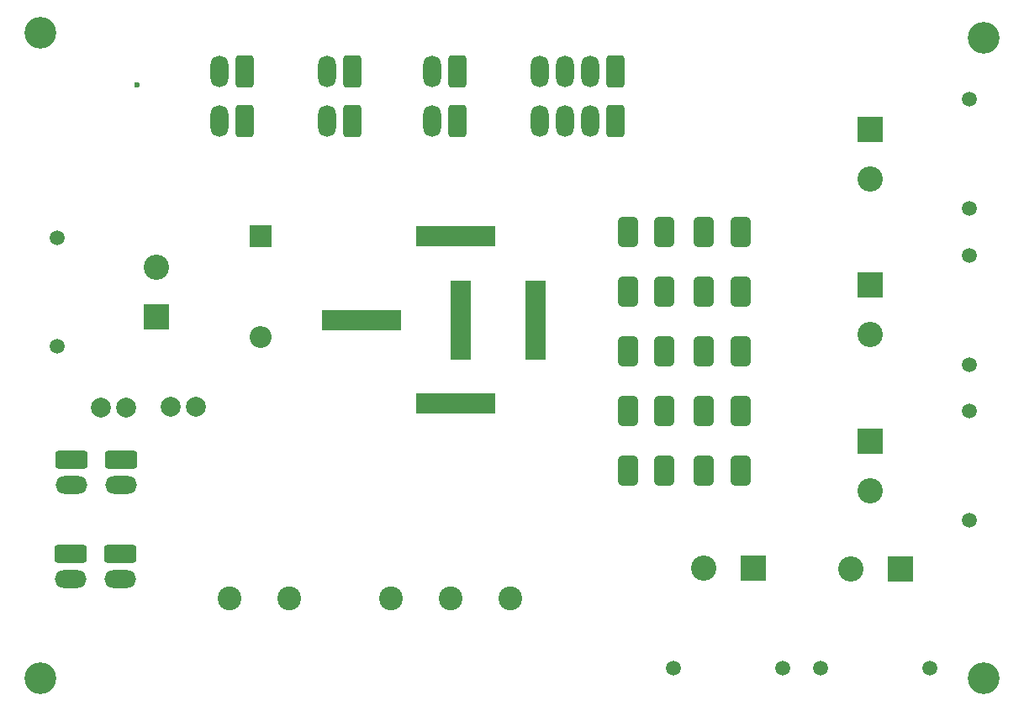
<source format=gbs>
G04 #@! TF.GenerationSoftware,KiCad,Pcbnew,9.0.0*
G04 #@! TF.CreationDate,2025-04-21T23:22:21+01:00*
G04 #@! TF.ProjectId,CapyPower,43617079-506f-4776-9572-2e6b69636164,rev?*
G04 #@! TF.SameCoordinates,Original*
G04 #@! TF.FileFunction,Soldermask,Bot*
G04 #@! TF.FilePolarity,Negative*
%FSLAX46Y46*%
G04 Gerber Fmt 4.6, Leading zero omitted, Abs format (unit mm)*
G04 Created by KiCad (PCBNEW 9.0.0) date 2025-04-21 23:22:21*
%MOMM*%
%LPD*%
G01*
G04 APERTURE LIST*
G04 Aperture macros list*
%AMRoundRect*
0 Rectangle with rounded corners*
0 $1 Rounding radius*
0 $2 $3 $4 $5 $6 $7 $8 $9 X,Y pos of 4 corners*
0 Add a 4 corners polygon primitive as box body*
4,1,4,$2,$3,$4,$5,$6,$7,$8,$9,$2,$3,0*
0 Add four circle primitives for the rounded corners*
1,1,$1+$1,$2,$3*
1,1,$1+$1,$4,$5*
1,1,$1+$1,$6,$7*
1,1,$1+$1,$8,$9*
0 Add four rect primitives between the rounded corners*
20,1,$1+$1,$2,$3,$4,$5,0*
20,1,$1+$1,$4,$5,$6,$7,0*
20,1,$1+$1,$6,$7,$8,$9,0*
20,1,$1+$1,$8,$9,$2,$3,0*%
G04 Aperture macros list end*
%ADD10C,2.400000*%
%ADD11C,3.200000*%
%ADD12RoundRect,0.250000X0.650000X1.350000X-0.650000X1.350000X-0.650000X-1.350000X0.650000X-1.350000X0*%
%ADD13O,1.800000X3.200000*%
%ADD14R,8.000000X2.000000*%
%ADD15R,2.000000X8.000000*%
%ADD16RoundRect,0.393701X0.606299X1.106299X-0.606299X1.106299X-0.606299X-1.106299X0.606299X-1.106299X0*%
%ADD17R,2.200000X2.200000*%
%ADD18O,2.200000X2.200000*%
%ADD19C,2.550000*%
%ADD20R,2.550000X2.550000*%
%ADD21C,1.508000*%
%ADD22RoundRect,0.250000X-1.350000X0.650000X-1.350000X-0.650000X1.350000X-0.650000X1.350000X0.650000X0*%
%ADD23O,3.200000X1.800000*%
%ADD24C,2.000000*%
%ADD25C,0.600000*%
G04 APERTURE END LIST*
D10*
X78100000Y-99000000D03*
X84100000Y-99000000D03*
D11*
X59000000Y-42000000D03*
X154000000Y-42500000D03*
X154000000Y-107000000D03*
X59000000Y-107000000D03*
D12*
X90450000Y-50900000D03*
X90450000Y-45900000D03*
D13*
X87910000Y-50900000D03*
X87910000Y-45900000D03*
D14*
X91350000Y-70900000D03*
X100850000Y-62500000D03*
X100850000Y-79300000D03*
D15*
X101350000Y-70900000D03*
X108850000Y-70900000D03*
D16*
X129550000Y-62075000D03*
X125850000Y-62075000D03*
X121850000Y-62075000D03*
X118150000Y-62075000D03*
D17*
X81150000Y-62440000D03*
D18*
X81150000Y-72600000D03*
D16*
X129550000Y-80075000D03*
X125850000Y-80075000D03*
X121850000Y-80075000D03*
X118150000Y-80075000D03*
D12*
X79600000Y-50900000D03*
X79600000Y-45900000D03*
D13*
X77060000Y-50900000D03*
X77060000Y-45900000D03*
D19*
X70700000Y-65600000D03*
D20*
X70700000Y-70600000D03*
D21*
X60700000Y-62600000D03*
X60700000Y-73600000D03*
D22*
X67100000Y-85000000D03*
X62100000Y-85000000D03*
D23*
X67100000Y-87540000D03*
X62100000Y-87540000D03*
D19*
X142605750Y-72400000D03*
D20*
X142605750Y-67400000D03*
D21*
X152605750Y-75400000D03*
X152605750Y-64400000D03*
D12*
X100990000Y-50850000D03*
X100990000Y-45850000D03*
D13*
X98450000Y-50850000D03*
X98450000Y-45850000D03*
D22*
X67050000Y-94490000D03*
X62050000Y-94490000D03*
D23*
X67050000Y-97030000D03*
X62050000Y-97030000D03*
D19*
X125800000Y-95950000D03*
D20*
X130800000Y-95950000D03*
D21*
X122800000Y-105950000D03*
X133800000Y-105950000D03*
D24*
X67620000Y-79700000D03*
X65080000Y-79700000D03*
D10*
X94300000Y-99000000D03*
X100300000Y-99000000D03*
X106300000Y-99000000D03*
D24*
X74670000Y-79650000D03*
X72130000Y-79650000D03*
D19*
X140600000Y-96000000D03*
D20*
X145600000Y-96000000D03*
D21*
X137600000Y-106000000D03*
X148600000Y-106000000D03*
D16*
X129550000Y-68075000D03*
X125850000Y-68075000D03*
X121850000Y-68075000D03*
X118150000Y-68075000D03*
D19*
X142600000Y-56700000D03*
D20*
X142600000Y-51700000D03*
D21*
X152600000Y-59700000D03*
X152600000Y-48700000D03*
D19*
X142605750Y-88100000D03*
D20*
X142605750Y-83100000D03*
D21*
X152605750Y-91100000D03*
X152605750Y-80100000D03*
D16*
X129550000Y-74075000D03*
X125850000Y-74075000D03*
X121850000Y-74075000D03*
X118150000Y-74075000D03*
X129550000Y-86075000D03*
X125850000Y-86075000D03*
X121850000Y-86075000D03*
X118150000Y-86075000D03*
D12*
X116900000Y-50850000D03*
X116900000Y-45850000D03*
D13*
X114360000Y-50850000D03*
X114360000Y-45850000D03*
X111820000Y-50850000D03*
X111820000Y-45850000D03*
X109280000Y-50850000D03*
X109280000Y-45850000D03*
D25*
X68750000Y-47200000D03*
M02*

</source>
